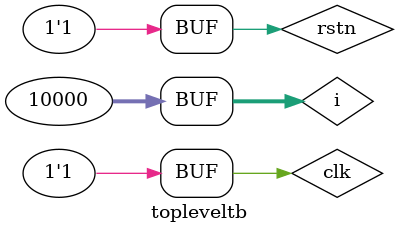
<source format=v>
module toplevel(input CLOCK_50,input [1:1]KEY,output [6:0]HEX0,output [6:0]HEX1,output [6:0]HEX2,output [6:0]HEX3);

wire Q;
downClock dc
(	.clk(CLOCK_50),
	.Q(Q)
);

wire [3:0]count0,count1,count2,count3;
stopWatch sw(
	.clk(Q) , .rstn(KEY[1]) , .enable(1),
	.count0(count0),
	.count1(count1),
	.count2(count2),
	.count3(count3)
) ;

ssDecoder d0(count0,HEX0);
ssDecoder d1(count1,HEX1);
ssDecoder d2(count2,HEX2);
ssDecoder d3(count3,HEX3);

endmodule

module stopWatch(
input clk , rstn , enable,
output reg [3:0]count0,
output reg [3:0]count1,
output reg [3:0]count2,
output reg [3:0]count3
) ;

always @ ( posedge clk or negedge rstn)  begin
  if (!rstn) begin
     count0 <= 4'b0000;
	  count1 <= 4'b0000;
	  count2 <= 4'b0000;
	  count3 <= 4'b0000;
  end 
  else if ( enable ) begin
     if(count0==4'b1001)begin
	  count0<=4'b0000;
	  count1 <= count1 +4'b0001;
			if (count1==4'b0101) begin
				count1 <= 4'b0000;
				count2 <= count2+4'b0001;
				if(count2==4'b1001)
					begin
					count2<=4'b0000;
					count3<=count3+4'b0001;
					if(count3==4'b0101)
							count3<=4'b0000;
               end		
	      end
	 end	
	  else
	   count0<=count0+4'b0001;
   end
end
endmodule

module downClock
#(parameter WIDTH=26)
(	input clk,
	output reg Q
);
	initial begin 
	Q = 0;
	end
	reg [WIDTH-1:0] count;
	always@(posedge clk)
	begin
		count <= count + 1;
			if(count==25000000)begin
				Q <= ~Q;
				count <= 0;
			end
	end
endmodule


module ssDecoder (
	input		[3:0] num,
	output	[6:0] ss
);
	// paste your hexadecimal ssDecoder here
	reg [6:0] _ss;
	always @ (num) begin 
		case (num)
		0: _ss = 7'h3f;
		1: _ss = 7'h06;
		2: _ss = 7'h5b;
		3: _ss = 7'h4f;
		4: _ss = 7'h66;
		5: _ss = 7'h6d;
		6: _ss = 7'h7d;
		7: _ss = 7'h07;
		8: _ss = 7'h7f;
		9: _ss = 7'h67;
		default: _ss = 7'h00;
		endcase
	end
	assign ss = ~_ss;
endmodule 




module topleveltb;
reg clk;
reg rstn;
wire [6:0]HEX0,HEX1,HEX2,HEX3;
toplevel tl(clk,{rstn,clk},HEX0,HEX1,HEX2,HEX3);

integer i;
initial begin 
#0 clk=0;rstn=0;#1 rstn=1;
for(i=0;i<10000;i=i+1)
	#1 clk=~clk ; #1 clk =~clk;

end

endmodule

</source>
